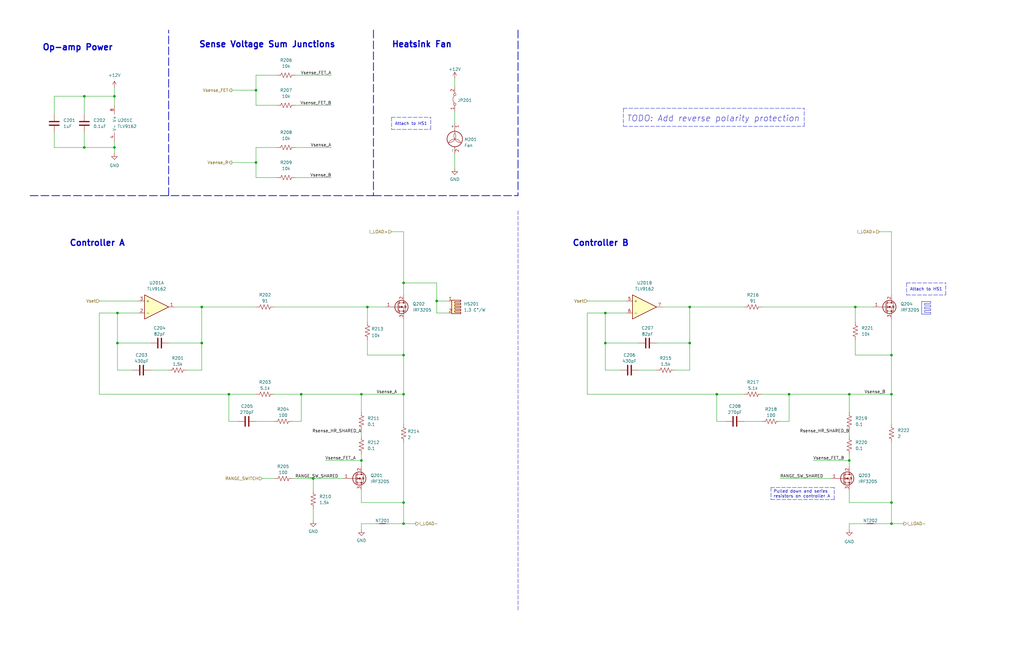
<source format=kicad_sch>
(kicad_sch (version 20211123) (generator eeschema)
  (paper "B")
  (title_block (title "Ampeater") (date "2022-03-14") (rev "0") (comment 1 "Isaac Rex"))
  (lib_symbols
    (symbol "Device:C" (pin_numbers hide) (pin_names (offset 0.254))
      (property "Reference" "C" (at 0.635 2.54 0))
      (property "Value" "C" (at 0.635 -2.54 0))
      (symbol "C_0_1"
        (polyline (pts (xy -2.032 -0.762) (xy 2.032 -0.762)) (stroke (width 0.508)))
        (polyline (pts (xy -2.032 0.762) (xy 2.032 0.762)) (stroke (width 0.508)))
      )
      (symbol "C_1_1"
        (pin passive line (at 0 3.81 270) (length 2.794) (name "~") (number "1"))
        (pin passive line (at 0 -3.81 90) (length 2.794) (name "~") (number "2"))
      )
    )
    (symbol "Device:NetTie_2" (pin_numbers hide) (pin_names (offset 0) hide)
      (property "Reference" "NT" (at 0 1.27 0))
      (property "Value" "NetTie_2" (at 0 -1.27 0))
      (symbol "NetTie_2_0_1"
        (polyline (pts (xy -1.27 0) (xy 1.27 0)) (stroke (width 0.254)))
      )
      (symbol "NetTie_2_1_1"
        (pin passive line (at -2.54 0 0) (length 2.54) (name "1") (number "1"))
        (pin passive line (at 2.54 0 180) (length 2.54) (name "2") (number "2"))
      )
    )
    (symbol "Device:Opamp_Dual"
      (property "Reference" "U" (at 0 5.08 0))
      (property "Value" "Opamp_Dual" (at 0 -5.08 0))
      (symbol "Opamp_Dual_1_1"
        (polyline (pts (xy -5.08 5.08) (xy 5.08 0) (xy -5.08 -5.08) (xy -5.08 5.08)) (stroke (width 0.254)) (fill (type background)))
        (pin output line (at 7.62 0 180) (length 2.54) (name "~") (number "1"))
        (pin input line (at -7.62 -2.54 0) (length 2.54) (name "-") (number "2"))
        (pin input line (at -7.62 2.54 0) (length 2.54) (name "+") (number "3"))
      )
      (symbol "Opamp_Dual_2_1"
        (polyline (pts (xy -5.08 5.08) (xy 5.08 0) (xy -5.08 -5.08) (xy -5.08 5.08)) (stroke (width 0.254)) (fill (type background)))
        (pin input line (at -7.62 2.54 0) (length 2.54) (name "+") (number "5"))
        (pin input line (at -7.62 -2.54 0) (length 2.54) (name "-") (number "6"))
        (pin output line (at 7.62 0 180) (length 2.54) (name "~") (number "7"))
      )
      (symbol "Opamp_Dual_3_1"
        (pin power_in line (at -2.54 -7.62 90) (length 3.81) (name "V-") (number "4"))
        (pin power_in line (at -2.54 7.62 270) (length 3.81) (name "V+") (number "8"))
      )
    )
    (symbol "Device:Q_NMOS_GDS" (pin_names (offset 0) hide)
      (property "Reference" "Q" (at 5.08 1.27 0))
      (property "Value" "Q_NMOS_GDS" (at 5.08 -1.27 0))
      (symbol "Q_NMOS_GDS_0_1"
        (polyline (pts (xy 0.254 0) (xy -2.54 0)))
        (polyline (pts (xy 0.254 1.905) (xy 0.254 -1.905)) (stroke (width 0.254)))
        (polyline (pts (xy 0.762 -1.27) (xy 0.762 -2.286)) (stroke (width 0.254)))
        (polyline (pts (xy 0.762 0.508) (xy 0.762 -0.508)) (stroke (width 0.254)))
        (polyline (pts (xy 0.762 2.286) (xy 0.762 1.27)) (stroke (width 0.254)))
        (polyline (pts (xy 2.54 2.54) (xy 2.54 1.778)))
        (polyline (pts (xy 2.54 -2.54) (xy 2.54 0) (xy 0.762 0)))
        (polyline (pts (xy 0.762 -1.778) (xy 3.302 -1.778) (xy 3.302 1.778) (xy 0.762 1.778)))
        (polyline (pts (xy 1.016 0) (xy 2.032 0.381) (xy 2.032 -0.381) (xy 1.016 0)) (fill (type outline)))
        (polyline (pts (xy 2.794 0.508) (xy 2.921 0.381) (xy 3.683 0.381) (xy 3.81 0.254)))
        (polyline (pts (xy 3.302 0.381) (xy 2.921 -0.254) (xy 3.683 -0.254) (xy 3.302 0.381)))
        (circle (center 1.651 0) (radius 2.794) (stroke (width 0.254)))
        (circle (center 2.54 -1.778) (radius 0.254) (fill (type outline)))
        (circle (center 2.54 1.778) (radius 0.254) (fill (type outline)))
      )
      (symbol "Q_NMOS_GDS_1_1"
        (pin input line (at -5.08 0 0) (length 2.54) (name "G") (number "1"))
        (pin passive line (at 2.54 5.08 270) (length 2.54) (name "D") (number "2"))
        (pin passive line (at 2.54 -5.08 90) (length 2.54) (name "S") (number "3"))
      )
    )
    (symbol "Device:R_US" (pin_numbers hide) (pin_names (offset 0))
      (property "Reference" "R" (at 2.54 0 90))
      (property "Value" "R_US" (at -2.54 0 90))
      (symbol "R_US_0_1"
        (polyline (pts (xy 0 -2.286) (xy 0 -2.54)))
        (polyline (pts (xy 0 2.286) (xy 0 2.54)))
        (polyline (pts (xy 0 -0.762) (xy 1.016 -1.143) (xy 0 -1.524) (xy -1.016 -1.905) (xy 0 -2.286)))
        (polyline (pts (xy 0 0.762) (xy 1.016 0.381) (xy 0 0) (xy -1.016 -0.381) (xy 0 -0.762)))
        (polyline (pts (xy 0 2.286) (xy 1.016 1.905) (xy 0 1.524) (xy -1.016 1.143) (xy 0 0.762)))
      )
      (symbol "R_US_1_1"
        (pin passive line (at 0 3.81 270) (length 1.27) (name "~") (number "1"))
        (pin passive line (at 0 -3.81 90) (length 1.27) (name "~") (number "2"))
      )
    )
    (symbol "Jumper:Jumper_2_Bridged" (pin_names (offset 0) hide)
      (property "Reference" "JP" (at 0 1.905 0))
      (property "Value" "Jumper_2_Bridged" (at 0 -2.54 0))
      (symbol "Jumper_2_Bridged_0_0"
        (circle (center -2.032 0) (radius 0.508))
        (circle (center 2.032 0) (radius 0.508))
      )
      (symbol "Jumper_2_Bridged_0_1"
        (arc (start 1.524 0.254) (mid 0 0.762) (end -1.524 0.254))
      )
      (symbol "Jumper_2_Bridged_1_1"
        (pin passive line (at -5.08 0 0) (length 2.54) (name "A") (number "1"))
        (pin passive line (at 5.08 0 180) (length 2.54) (name "B") (number "2"))
      )
    )
    (symbol "Mechanical:Heatsink_Pad_2Pin" (pin_names (offset 0))
      (property "Reference" "HS" (at 0 5.715 0))
      (property "Value" "Heatsink_Pad_2Pin" (at 0 3.81 0))
      (symbol "Heatsink_Pad_2Pin_0_1"
        (polyline (pts (xy -0.3302 0) (xy -0.9652 0) (xy -0.9652 2.54) (xy -1.6002 2.54) (xy -1.6002 0) (xy -2.2352 0) (xy -2.2352 2.54) (xy -2.8702 2.54) (xy -2.8702 -1.27) (xy -0.9652 -1.27)) (stroke (width 0.254)) (fill (type background)))
        (polyline (pts (xy -0.3302 0) (xy -0.3302 2.54) (xy 0.3048 2.54) (xy 0.3048 0) (xy 0.9398 0) (xy 0.9398 2.54) (xy 1.5748 2.54) (xy 1.5748 0) (xy 2.2098 0) (xy 2.2098 2.54) (xy 2.8448 2.54) (xy 2.8448 -1.27) (xy -0.9652 -1.27)) (stroke (width 0.254)) (fill (type background)))
      )
      (symbol "Heatsink_Pad_2Pin_1_1"
        (pin passive line (at -2.54 -2.54 90) (length 1.27) (name "~") (number "1"))
        (pin passive line (at 2.54 -2.54 90) (length 1.27) (name "~") (number "2"))
      )
    )
    (symbol "Motor:Fan" (pin_names (offset 0))
      (property "Reference" "M" (at 2.54 5.08 0))
      (property "Value" "Fan" (at 2.54 -2.54 0))
      (symbol "Fan_0_1"
        (arc (start -2.54 -0.508) (mid -0.0014 0.9048) (end 0 3.81))
        (polyline (pts (xy 0 -5.08) (xy 0 -4.572)))
        (polyline (pts (xy 0 -2.2352) (xy 0 -2.6416)))
        (polyline (pts (xy 0 4.2672) (xy 0 4.6228)))
        (polyline (pts (xy 0 4.572) (xy 0 5.08)))
        (circle (center 0 1.016) (radius 3.2512) (stroke (width 0.254)))
        (arc (start 0 3.81) (mid 0.0468 0.9315) (end 2.54 -0.508))
        (arc (start 2.54 -0.508) (mid 0 1.0618) (end -2.54 -0.508))
      )
      (symbol "Fan_1_1"
        (pin passive line (at 0 7.62 270) (length 2.54) (name "+") (number "1"))
        (pin passive line (at 0 -5.08 90) (length 2.54) (name "-") (number "2"))
      )
    )
    (symbol "power:+12V" (power) (pin_names (offset 0))
      (property "Value" "+12V" (at 0 3.556 0))
      (symbol "+12V_0_1"
        (polyline (pts (xy -0.762 1.27) (xy 0 2.54)))
        (polyline (pts (xy 0 0) (xy 0 2.54)))
        (polyline (pts (xy 0 2.54) (xy 0.762 1.27)))
      )
      (symbol "+12V_1_1"
        (pin power_in line (at 0 0 90) (length 0) hide (name "+12V") (number "1"))
      )
    )
    (symbol "power:GND" (power) (pin_names (offset 0))
      (property "Value" "GND" (at 0 -3.81 0))
      (symbol "GND_0_1"
        (polyline (pts (xy 0 0) (xy 0 -1.27) (xy 1.27 -1.27) (xy 0 -2.54) (xy -1.27 -1.27) (xy 0 -1.27)))
      )
      (symbol "GND_1_1"
        (pin power_in line (at 0 0 270) (length 0) hide (name "GND") (number "1"))
      )
    )
  )
  (junction (at 358.14 166.37))
  (junction (at 48.26 62.23))
  (junction (at 96.52 166.37))
  (junction (at 49.53 132.08))
  (junction (at 35.56 62.23))
  (junction (at 255.27 132.08))
  (junction (at 290.83 129.54))
  (junction (at 49.53 144.78))
  (junction (at 170.18 220.98))
  (junction (at 255.27 144.78))
  (junction (at 184.15 127))
  (junction (at 170.18 212.09))
  (junction (at 132.08 201.93))
  (junction (at 152.4 166.37))
  (junction (at 170.18 119.38))
  (junction (at 48.26 40.64))
  (junction (at 107.95 68.58))
  (junction (at 170.18 149.86))
  (junction (at 375.92 149.86))
  (junction (at 85.09 144.78))
  (junction (at 170.18 166.37))
  (junction (at 107.95 38.1))
  (junction (at 358.14 194.31))
  (junction (at 375.92 166.37))
  (junction (at 290.83 144.78))
  (junction (at 332.74 166.37))
  (junction (at 152.4 194.31))
  (junction (at 127 166.37))
  (junction (at 375.92 212.09))
  (junction (at 360.68 129.54))
  (junction (at 154.94 129.54))
  (junction (at 375.92 220.98))
  (junction (at 35.56 40.64))
  (junction (at 302.26 166.37))
  (junction (at 85.09 129.54))
  (wire (pts (xy 35.56 40.64) (xy 48.26 40.64)))
  (wire (pts (xy 369.57 220.98) (xy 375.92 220.98)))
  (wire (pts (xy 154.94 143.51) (xy 154.94 149.86)))
  (wire (pts (xy 184.15 119.38) (xy 170.18 119.38)))
  (wire (pts (xy 306.07 177.8) (xy 302.26 177.8)))
  (wire (pts (xy 132.08 201.93) (xy 132.08 207.01)))
  (polyline (pts (xy 262.89 45.72) (xy 339.09 45.72)))
  (wire (pts (xy 284.48 156.21) (xy 290.83 156.21)))
  (wire (pts (xy 189.23 132.08) (xy 184.15 132.08)))
  (wire (pts (xy 22.86 40.64) (xy 22.86 48.26)))
  (polyline (pts (xy 218.44 12.7) (xy 218.44 82.55)) (stroke (width 0.3048)))
  (polyline (pts (xy 218.44 88.9) (xy 218.44 257.81)))
  (wire (pts (xy 358.14 220.98) (xy 358.14 223.52)))
  (wire (pts (xy 48.26 59.69) (xy 48.26 62.23)))
  (wire (pts (xy 139.7 44.45) (xy 124.46 44.45)))
  (wire (pts (xy 78.74 156.21) (xy 85.09 156.21)))
  (wire (pts (xy 96.52 166.37) (xy 41.91 166.37)))
  (wire (pts (xy 35.56 62.23) (xy 48.26 62.23)))
  (polyline (pts (xy 389.89 131.826) (xy 389.89 131.064)) (stroke (width 0) (type solid)))
  (wire (pts (xy 97.79 38.1) (xy 107.95 38.1)))
  (wire (pts (xy 154.94 129.54) (xy 162.56 129.54)))
  (polyline (pts (xy 392.43 130.302) (xy 389.89 130.302)) (stroke (width 0) (type solid)))
  (wire (pts (xy 191.77 33.02) (xy 191.77 36.83)))
  (wire (pts (xy 364.49 220.98) (xy 358.14 220.98)))
  (polyline (pts (xy 262.89 45.72) (xy 262.89 53.34)))
  (wire (pts (xy 49.53 132.08) (xy 58.42 132.08)))
  (wire (pts (xy 107.95 44.45) (xy 107.95 38.1)))
  (polyline (pts (xy 392.43 131.826) (xy 389.89 131.826)) (stroke (width 0) (type solid)))
  (wire (pts (xy 247.65 127) (xy 264.16 127)))
  (wire (pts (xy 124.46 31.75) (xy 139.7 31.75)))
  (wire (pts (xy 170.18 166.37) (xy 170.18 179.07)))
  (wire (pts (xy 170.18 97.79) (xy 170.18 119.38)))
  (wire (pts (xy 165.1 97.79) (xy 170.18 97.79)))
  (wire (pts (xy 123.19 177.8) (xy 127 177.8)))
  (wire (pts (xy 41.91 132.08) (xy 49.53 132.08)))
  (wire (pts (xy 115.57 129.54) (xy 154.94 129.54)))
  (wire (pts (xy 48.26 62.23) (xy 48.26 64.77)))
  (wire (pts (xy 360.68 129.54) (xy 368.3 129.54)))
  (wire (pts (xy 170.18 149.86) (xy 170.18 166.37)))
  (wire (pts (xy 328.93 201.93) (xy 350.52 201.93)))
  (wire (pts (xy 152.4 166.37) (xy 152.4 173.99)))
  (wire (pts (xy 71.12 144.78) (xy 85.09 144.78)))
  (wire (pts (xy 115.57 166.37) (xy 127 166.37)))
  (wire (pts (xy 107.95 177.8) (xy 115.57 177.8)))
  (polyline (pts (xy 392.43 128.016) (xy 392.43 127.254)) (stroke (width 0) (type solid)))
  (wire (pts (xy 184.15 127) (xy 189.23 127)))
  (wire (pts (xy 163.83 220.98) (xy 170.18 220.98)))
  (wire (pts (xy 49.53 132.08) (xy 49.53 144.78)))
  (wire (pts (xy 360.68 143.51) (xy 360.68 149.86)))
  (wire (pts (xy 358.14 194.31) (xy 358.14 196.85)))
  (wire (pts (xy 375.92 212.09) (xy 375.92 220.98)))
  (wire (pts (xy 152.4 212.09) (xy 170.18 212.09)))
  (wire (pts (xy 375.92 97.79) (xy 375.92 124.46)))
  (wire (pts (xy 152.4 166.37) (xy 170.18 166.37)))
  (polyline (pts (xy 181.61 54.61) (xy 181.61 49.53)))
  (wire (pts (xy 360.68 149.86) (xy 375.92 149.86)))
  (wire (pts (xy 170.18 220.98) (xy 175.26 220.98)))
  (wire (pts (xy 35.56 62.23) (xy 22.86 62.23)))
  (wire (pts (xy 107.95 74.93) (xy 107.95 68.58)))
  (wire (pts (xy 96.52 166.37) (xy 107.95 166.37)))
  (wire (pts (xy 123.3974 201.93) (xy 132.08 201.93)))
  (polyline (pts (xy 392.43 127.254) (xy 388.62 127.254)) (stroke (width 0) (type solid)))
  (polyline (pts (xy 382.27 124.46) (xy 398.78 124.46)))
  (polyline (pts (xy 71.12 82.55) (xy 71.12 12.7)) (stroke (width 0.3048)))
  (polyline (pts (xy 382.27 119.38) (xy 382.27 124.46)))
  (wire (pts (xy 110.49 201.93) (xy 115.7774 201.93)))
  (wire (pts (xy 152.4 220.98) (xy 152.4 223.52)))
  (wire (pts (xy 360.68 129.54) (xy 360.68 135.89)))
  (wire (pts (xy 332.74 166.37) (xy 358.14 166.37)))
  (polyline (pts (xy 392.43 131.064) (xy 392.43 130.302)) (stroke (width 0) (type solid)))
  (wire (pts (xy 35.56 48.26) (xy 35.56 40.64)))
  (wire (pts (xy 375.92 186.69) (xy 375.92 212.09)))
  (wire (pts (xy 116.84 74.93) (xy 107.95 74.93)))
  (wire (pts (xy 48.26 36.83) (xy 48.26 40.64)))
  (wire (pts (xy 116.84 44.45) (xy 107.95 44.45)))
  (polyline (pts (xy 339.09 53.34) (xy 339.09 45.72)))
  (wire (pts (xy 22.86 40.64) (xy 35.56 40.64)))
  (wire (pts (xy 269.24 156.21) (xy 276.86 156.21)))
  (wire (pts (xy 170.18 119.38) (xy 170.18 124.46)))
  (wire (pts (xy 358.14 166.37) (xy 358.14 173.99)))
  (wire (pts (xy 358.14 191.77) (xy 358.14 194.31)))
  (polyline (pts (xy 325.12 210.82) (xy 351.79 210.82)))
  (polyline (pts (xy 157.48 12.7) (xy 157.48 82.55)) (stroke (width 0.3048)))
  (wire (pts (xy 255.27 144.78) (xy 269.24 144.78)))
  (wire (pts (xy 107.95 31.75) (xy 107.95 38.1)))
  (wire (pts (xy 170.18 186.69) (xy 170.18 212.09)))
  (polyline (pts (xy 165.1 49.53) (xy 181.61 49.53)))
  (wire (pts (xy 107.95 62.23) (xy 107.95 68.58)))
  (wire (pts (xy 290.83 144.78) (xy 290.83 129.54)))
  (wire (pts (xy 358.14 212.09) (xy 375.92 212.09)))
  (wire (pts (xy 279.4 129.54) (xy 290.83 129.54)))
  (wire (pts (xy 184.15 127) (xy 184.15 119.38)))
  (polyline (pts (xy 157.48 82.55) (xy 218.44 82.55)) (stroke (width 0.3048)))
  (wire (pts (xy 170.18 212.09) (xy 170.18 220.98)))
  (wire (pts (xy 139.7 74.93) (xy 124.46 74.93)))
  (wire (pts (xy 41.91 127) (xy 58.42 127)))
  (polyline (pts (xy 325.12 205.74) (xy 325.12 210.82)))
  (wire (pts (xy 49.53 144.78) (xy 63.5 144.78)))
  (wire (pts (xy 100.33 177.8) (xy 96.52 177.8)))
  (polyline (pts (xy 392.43 129.54) (xy 392.43 128.778)) (stroke (width 0) (type solid)))
  (wire (pts (xy 358.14 207.01) (xy 358.14 212.09)))
  (wire (pts (xy 321.31 129.54) (xy 360.68 129.54)))
  (wire (pts (xy 49.53 144.78) (xy 49.53 156.21)))
  (wire (pts (xy 302.26 177.8) (xy 302.26 166.37)))
  (wire (pts (xy 370.84 97.79) (xy 375.92 97.79)))
  (wire (pts (xy 170.18 134.62) (xy 170.18 149.86)))
  (wire (pts (xy 127 166.37) (xy 152.4 166.37)))
  (wire (pts (xy 375.92 149.86) (xy 375.92 166.37)))
  (polyline (pts (xy 388.62 132.588) (xy 392.43 132.588)) (stroke (width 0) (type solid)))
  (wire (pts (xy 96.52 177.8) (xy 96.52 166.37)))
  (polyline (pts (xy 392.43 132.588) (xy 392.43 131.826)) (stroke (width 0) (type solid)))
  (wire (pts (xy 85.09 129.54) (xy 107.95 129.54)))
  (polyline (pts (xy 389.89 129.54) (xy 392.43 129.54)) (stroke (width 0) (type solid)))
  (wire (pts (xy 191.77 64.77) (xy 191.77 71.12)))
  (wire (pts (xy 332.74 177.8) (xy 332.74 166.37)))
  (polyline (pts (xy 351.79 210.82) (xy 351.79 205.74)))
  (wire (pts (xy 154.94 129.54) (xy 154.94 135.89)))
  (wire (pts (xy 124.46 62.23) (xy 139.7 62.23)))
  (wire (pts (xy 137.16 194.31) (xy 152.4 194.31)))
  (polyline (pts (xy 165.1 54.61) (xy 181.61 54.61)))
  (polyline (pts (xy 388.62 127.254) (xy 388.62 132.588)) (stroke (width 0) (type solid)))
  (wire (pts (xy 48.26 40.64) (xy 48.26 44.45)))
  (wire (pts (xy 290.83 129.54) (xy 313.69 129.54)))
  (wire (pts (xy 107.95 62.23) (xy 116.84 62.23)))
  (wire (pts (xy 35.56 55.88) (xy 35.56 62.23)))
  (wire (pts (xy 302.26 166.37) (xy 313.69 166.37)))
  (wire (pts (xy 132.08 214.63) (xy 132.08 219.71)))
  (wire (pts (xy 342.9 194.31) (xy 358.14 194.31)))
  (wire (pts (xy 107.95 31.75) (xy 116.84 31.75)))
  (polyline (pts (xy 382.27 119.38) (xy 398.78 119.38)))
  (wire (pts (xy 358.14 181.61) (xy 358.14 184.15)))
  (wire (pts (xy 375.92 166.37) (xy 375.92 179.07)))
  (polyline (pts (xy 389.89 128.778) (xy 389.89 128.016)) (stroke (width 0) (type solid)))
  (wire (pts (xy 302.26 166.37) (xy 247.65 166.37)))
  (wire (pts (xy 255.27 132.08) (xy 264.16 132.08)))
  (wire (pts (xy 313.69 177.8) (xy 321.31 177.8)))
  (polyline (pts (xy 389.89 130.302) (xy 389.89 129.54)) (stroke (width 0) (type solid)))
  (wire (pts (xy 255.27 156.21) (xy 261.62 156.21)))
  (wire (pts (xy 73.66 129.54) (xy 85.09 129.54)))
  (polyline (pts (xy 165.1 49.53) (xy 165.1 54.61)))
  (wire (pts (xy 85.09 144.78) (xy 85.09 129.54)))
  (wire (pts (xy 321.31 166.37) (xy 332.74 166.37)))
  (polyline (pts (xy 12.7 82.55) (xy 157.48 82.55)) (stroke (width 0.3048)))
  (wire (pts (xy 152.4 194.31) (xy 152.4 196.85)))
  (wire (pts (xy 328.93 177.8) (xy 332.74 177.8)))
  (wire (pts (xy 132.08 201.93) (xy 144.78 201.93)))
  (wire (pts (xy 154.94 149.86) (xy 170.18 149.86)))
  (polyline (pts (xy 389.89 131.064) (xy 392.43 131.064)) (stroke (width 0) (type solid)))
  (wire (pts (xy 247.65 132.08) (xy 255.27 132.08)))
  (polyline (pts (xy 398.78 124.46) (xy 398.78 119.38)))
  (polyline (pts (xy 262.89 53.34) (xy 339.09 53.34)))
  (wire (pts (xy 85.09 156.21) (xy 85.09 144.78)))
  (polyline (pts (xy 389.89 128.016) (xy 392.43 128.016)) (stroke (width 0) (type solid)))
  (wire (pts (xy 63.5 156.21) (xy 71.12 156.21)))
  (wire (pts (xy 97.79 68.58) (xy 107.95 68.58)))
  (wire (pts (xy 375.92 134.62) (xy 375.92 149.86)))
  (wire (pts (xy 41.91 132.08) (xy 41.91 166.37)))
  (wire (pts (xy 290.83 156.21) (xy 290.83 144.78)))
  (wire (pts (xy 358.14 166.37) (xy 375.92 166.37)))
  (polyline (pts (xy 392.43 128.778) (xy 389.89 128.778)) (stroke (width 0) (type solid)))
  (wire (pts (xy 276.86 144.78) (xy 290.83 144.78)))
  (wire (pts (xy 184.15 132.08) (xy 184.15 127)))
  (polyline (pts (xy 351.79 205.74) (xy 325.12 205.74)))
  (wire (pts (xy 255.27 144.78) (xy 255.27 156.21)))
  (wire (pts (xy 158.75 220.98) (xy 152.4 220.98)))
  (wire (pts (xy 22.86 55.88) (xy 22.86 62.23)))
  (wire (pts (xy 152.4 181.61) (xy 152.4 184.15)))
  (wire (pts (xy 152.4 191.77) (xy 152.4 194.31)))
  (wire (pts (xy 49.53 156.21) (xy 55.88 156.21)))
  (wire (pts (xy 127 177.8) (xy 127 166.37)))
  (wire (pts (xy 375.92 220.98) (xy 381 220.98)))
  (wire (pts (xy 255.27 132.08) (xy 255.27 144.78)))
  (wire (pts (xy 191.77 46.99) (xy 191.77 52.07)))
  (wire (pts (xy 247.65 132.08) (xy 247.65 166.37)))
  (wire (pts (xy 152.4 207.01) (xy 152.4 212.09)))
  (text "Heatsink Fan" (at 165.1 20.32 0) (effects (font (size 2.54 2.54) (thickness 0.508) bold) (justify left bottom)))
  (text "Pulled down and series \nresistors on controller A" (at 326.1489 210.2644 0) (effects (font (size 1.27 1.27)) (justify left bottom)))
  (text "Attach to HS1" (at 383.6592 122.9094 0) (effects (font (size 1.27 1.27)) (justify left bottom)))
  (text "Op-amp Power" (at 17.78 21.59 0) (effects (font (size 2.54 2.54) (thickness 0.508) bold) (justify left bottom)))
  (text "Controller A" (at 29.21 104.14 0) (effects (font (size 2.54 2.54) (thickness 0.508) bold) (justify left bottom)))
  (text "TODO: Add reverse polarity protection" (at 264.1881 51.6184 0) (effects (font (size 2.54 2.54) italic) (justify left bottom)))
  (text "Sense Voltage Sum Junctions" (at 83.82 20.32 0) (effects (font (size 2.54 2.54) (thickness 0.508) bold) (justify left bottom)))
  (text "Attach to HS1" (at 166.4892 53.0594 0) (effects (font (size 1.27 1.27)) (justify left bottom)))
  (text "Controller B" (at 241.3 104.14 0) (effects (font (size 2.54 2.54) (thickness 0.508) bold) (justify left bottom)))
  (label "Vsense_FET_A" (at 137.16 194.31 0))
  (label "Rsense_HR_SHARED_A" (at 152.4 182.88 180))
  (label "Vsense_B" (at 364.49 166.37 0))
  (label "Vsense_A" (at 139.7 62.23 180))
  (label "RANGE_SW_SHARED" (at 124.46 201.93 0))
  (label "Vsense_A" (at 158.75 166.37 0))
  (label "Vsense_B" (at 139.7 74.93 180))
  (label "Vsense_FET_B" (at 342.9 194.31 0))
  (label "Vsense_FET_B" (at 139.7 44.45 180))
  (label "Vsense_FET_A" (at 139.7 31.75 180))
  (label "RANGE_SW_SHARED" (at 328.93 201.93 0))
  (label "Rsense_HR_SHARED_B" (at 358.14 182.88 180))
  (hierarchical_label "Vsense_R" (shape output) (at 97.79 68.58 180))
  (hierarchical_label "RANGE_SWITCH" (shape input) (at 110.49 201.93 180))
  (hierarchical_label "I_LOAD-" (shape output) (at 381 220.98 0))
  (hierarchical_label "I_LOAD-" (shape output) (at 175.26 220.98 0))
  (hierarchical_label "I_LOAD+" (shape input) (at 370.84 97.79 180))
  (hierarchical_label "I_LOAD+" (shape input) (at 165.1 97.79 180))
  (hierarchical_label "Vsense_FET" (shape output) (at 97.79 38.1 180))
  (hierarchical_label "Vset" (shape input) (at 41.91 127 180))
  (hierarchical_label "Vset" (shape input) (at 247.65 127 180))
  (symbol (lib_id "Device:R_US") (at 317.5 166.37 90) (unit 1)
    (property "Reference" "R217" (at 317.5 161.29 90))
    (property "Value" "5.1k" (at 317.5 163.83 90))
    (property "Footprint" "Resistor_SMD:R_0603_1608Metric" (effects hide))
    (property "Digi-Key PN" "CR0603-FX-5101ELFCT-ND" (effects hide))
  )
  (symbol (lib_id "Device:Q_NMOS_GDS") (at 373.38 129.54 0) (unit 1)
    (property "Reference" "Q204" (at 379.73 128.2699 0) (effects (justify left)))
    (property "Value" "IRF3205" (at 379.73 130.8099 0) (effects (justify left)))
    (property "Footprint" "Resistor_SMD:R_0603_1608Metric" (effects hide))
    (property "Digi-Key PN" "IRF3205PBF-ND" (effects hide))
  )
  (symbol (lib_id "Device:R_US") (at 358.14 187.96 180) (unit 1)
    (property "Reference" "R220" (at 360.68 186.6899 0) (effects (justify right)))
    (property "Value" "0.1" (at 360.68 189.2299 0) (effects (justify right)))
    (property "Footprint" "irex_Resistor_SMD:Rohm_GMR100_B6.40x3.20mm" (effects hide))
    (property "Digi-Key PN" "511-1692-1-ND" (effects hide))
  )
  (symbol (lib_id "power:GND") (at 48.26 64.77 0) (unit 1)
    (property "Reference" "#PWR0202" (effects hide))
    (property "Value" "GND" (at 48.26 69.85 0))
  )
  (symbol (lib_id "Device:Opamp_Dual") (at 50.8 52.07 0) (unit 3)
    (property "Reference" "U201" (at 49.53 50.7999 0) (effects (justify left)))
    (property "Value" "TLV9162" (at 49.53 53.3399 0) (effects (justify left)))
    (property "Footprint" "Package_TO_SOT_SMD:SOT-23-8" (effects hide))
    (property "Digi-Key PN" "TLV9162IDDFR" (effects hide))
  )
  (symbol (lib_id "Device:R_US") (at 74.93 156.21 90) (unit 1)
    (property "Reference" "R201" (at 74.93 151.13 90))
    (property "Value" "1.5k" (at 74.93 153.67 90))
    (property "Footprint" "Resistor_SMD:R_0603_1608Metric" (effects hide))
    (property "Digi-Key PN" "A121524CT-ND" (effects hide))
  )
  (symbol (lib_id "Motor:Fan") (at 191.77 59.69 0) (unit 1)
    (property "Reference" "M201" (at 195.7832 58.8553 0) (effects (justify left)))
    (property "Value" "Fan" (at 195.7832 61.3922 0) (effects (justify left)))
    (property "Footprint" "Connector_JST:JST_XH_B2B-XH-AM_1x02_P2.50mm_Vertical" (effects hide))
    (property "Digi-Key PN" "455-2247-ND" (effects hide))
  )
  (symbol (lib_id "Device:Q_NMOS_GDS") (at 167.64 129.54 0) (unit 1)
    (property "Reference" "Q202" (at 173.99 128.2699 0) (effects (justify left)))
    (property "Value" "IRF3205" (at 173.99 130.8099 0) (effects (justify left)))
    (property "Footprint" "Resistor_SMD:R_0603_1608Metric" (effects hide))
    (property "Digi-Key PN" "IRF3205PBF-ND" (effects hide))
  )
  (symbol (lib_id "power:GND") (at 358.14 223.52 0) (unit 1)
    (property "Reference" "#PWR0205" (effects hide))
    (property "Value" "GND" (at 358.14 228.6 0))
  )
  (symbol (lib_id "Device:R_US") (at 152.4 177.8 180) (unit 1)
    (property "Reference" "R211" (at 154.94 176.5299 0) (effects (justify right)))
    (property "Value" "0.1" (at 154.94 179.0699 0) (effects (justify right)))
    (property "Footprint" "irex_Resistor_SMD:Rohm_GMR100_B6.40x3.20mm" (effects hide))
    (property "Digi-Key PN" "511-1692-1-ND" (effects hide))
  )
  (symbol (lib_id "Device:R_US") (at 154.94 139.7 180) (unit 1)
    (property "Reference" "R213" (at 156.591 138.7915 0) (effects (justify right)))
    (property "Value" "10k" (at 156.591 141.5666 0) (effects (justify right)))
    (property "Footprint" "Resistor_SMD:R_0603_1608Metric" (effects hide))
    (property "Digi-Key PN" "A106048CT-ND" (effects hide))
  )
  (symbol (lib_id "Device:R_US") (at 111.76 166.37 90) (unit 1)
    (property "Reference" "R203" (at 111.76 161.29 90))
    (property "Value" "5.1k" (at 111.76 163.83 90))
    (property "Footprint" "Resistor_SMD:R_0603_1608Metric" (effects hide))
    (property "Digi-Key PN" "CR0603-FX-5101ELFCT-ND" (effects hide))
  )
  (symbol (lib_id "Device:C") (at 265.43 156.21 90) (unit 1)
    (property "Reference" "C206" (at 265.43 149.86 90))
    (property "Value" "430pF" (at 265.43 152.4 90))
    (property "Footprint" "Capacitor_SMD:C_0603_1608Metric" (effects hide))
    (property "Digi-Key PN" "490-1442-1-ND" (effects hide))
  )
  (symbol (lib_id "Mechanical:Heatsink_Pad_2Pin") (at 191.77 129.54 270) (unit 1)
    (property "Reference" "HS201" (at 195.58 128.2572 90) (effects (justify left)))
    (property "Value" "1.3 C°/W" (at 195.58 130.7972 90) (effects (justify left)))
  )
  (symbol (lib_id "Device:C") (at 273.05 144.78 90) (unit 1)
    (property "Reference" "C207" (at 273.05 138.43 90))
    (property "Value" "82pF" (at 273.05 140.97 90))
    (property "Footprint" "Capacitor_SMD:C_0603_1608Metric" (effects hide))
    (property "Digi-Key PN" "1276-CL10C820JB81PNDCT-ND" (effects hide))
  )
  (symbol (lib_id "Device:NetTie_2") (at 367.03 220.98 0) (unit 1)
    (property "Reference" "NT202" (at 367.03 219.71 0))
    (property "Value" "NetTie_GND_I-" (effects hide))
    (property "Footprint" "irex_NetTie:NetTie-2_SMD_Pad8.0mils" (effects hide))
  )
  (symbol (lib_id "Device:R_US") (at 152.4 187.96 180) (unit 1)
    (property "Reference" "R212" (at 154.94 186.6899 0) (effects (justify right)))
    (property "Value" "0.1" (at 154.94 189.2299 0) (effects (justify right)))
    (property "Footprint" "irex_Resistor_SMD:Rohm_GMR100_B6.40x3.20mm" (effects hide))
    (property "Digi-Key PN" "511-1692-1-ND" (effects hide))
  )
  (symbol (lib_id "power:GND") (at 132.08 219.71 0) (unit 1)
    (property "Reference" "#PWR0203" (effects hide))
    (property "Value" "GND" (at 132.08 224.2725 0))
  )
  (symbol (lib_id "Device:R_US") (at 317.5 129.54 90) (unit 1)
    (property "Reference" "R216" (at 317.5 124.46 90))
    (property "Value" "91" (at 317.5 127 90))
    (property "Footprint" "Resistor_SMD:R_0603_1608Metric" (effects hide))
    (property "Digi-Key PN" "311-91.0HRCT-ND" (effects hide))
  )
  (symbol (lib_id "Device:NetTie_2") (at 161.29 220.98 0) (unit 1)
    (property "Reference" "NT201" (at 161.29 219.71 0))
    (property "Value" "NetTie_GND_I-" (effects hide))
    (property "Footprint" "irex_NetTie:NetTie-2_SMD_Pad8.0mils" (effects hide))
  )
  (symbol (lib_id "power:GND") (at 191.77 71.12 0) (unit 1)
    (property "Reference" "#PWR0207" (effects hide))
    (property "Value" "GND" (at 191.77 75.6825 0))
  )
  (symbol (lib_id "Device:R_US") (at 170.18 182.88 180) (unit 1)
    (property "Reference" "R214" (at 171.831 182.0453 0) (effects (justify right)))
    (property "Value" "2" (at 171.831 184.5822 0) (effects (justify right)))
    (property "Footprint" "Resistor_SMD:R_2512_6332Metric" (effects hide))
    (property "Digi-Key PN" "738-CSRT2512FT2R00-UPCT-ND" (effects hide))
  )
  (symbol (lib_id "power:GND") (at 152.4 223.52 0) (unit 1)
    (property "Reference" "#PWR0204" (effects hide))
    (property "Value" "GND" (at 152.4 228.0825 0))
  )
  (symbol (lib_id "Device:C") (at 309.88 177.8 90) (unit 1)
    (property "Reference" "C208" (at 309.88 171.45 90))
    (property "Value" "270pF" (at 309.88 173.99 90))
    (property "Footprint" "Capacitor_SMD:C_0603_1608Metric" (effects hide))
    (property "Digi-Key PN" "1276-1256-1-ND" (effects hide))
  )
  (symbol (lib_id "Device:R_US") (at 120.65 74.93 270) (unit 1)
    (property "Reference" "R209" (at 120.65 68.58 90))
    (property "Value" "10k" (at 120.65 71.12 90))
    (property "Footprint" "Resistor_SMD:R_0603_1608Metric" (effects hide))
    (property "Digi-Key PN" "A106048CT-ND" (effects hide))
  )
  (symbol (lib_id "Device:R_US") (at 119.38 177.8 90) (unit 1)
    (property "Reference" "R204" (at 119.38 172.72 90))
    (property "Value" "100" (at 119.38 175.26 90))
    (property "Footprint" "Resistor_SMD:R_0603_1608Metric" (effects hide))
    (property "Digi-Key PN" "A106047CT-ND" (effects hide))
  )
  (symbol (lib_id "Device:C") (at 59.69 156.21 90) (unit 1)
    (property "Reference" "C203" (at 59.69 149.86 90))
    (property "Value" "430pF" (at 59.69 152.4 90))
    (property "Footprint" "Capacitor_SMD:C_0603_1608Metric" (effects hide))
    (property "Digi-Key PN" "490-1442-1-ND" (effects hide))
  )
  (symbol (lib_id "Device:R_US") (at 120.65 62.23 270) (unit 1)
    (property "Reference" "R208" (at 120.65 55.88 90))
    (property "Value" "10k" (at 120.65 58.42 90))
    (property "Footprint" "Resistor_SMD:R_0603_1608Metric" (effects hide))
    (property "Digi-Key PN" "A106048CT-ND" (effects hide))
  )
  (symbol (lib_id "Device:R_US") (at 132.08 210.82 180) (unit 1)
    (property "Reference" "R210" (at 134.62 209.5499 0) (effects (justify right)))
    (property "Value" "1.5k" (at 134.62 212.0899 0) (effects (justify right)))
    (property "Footprint" "Resistor_SMD:R_0603_1608Metric" (effects hide))
    (property "Digi-Key PN" "A121524CT-ND" (effects hide))
  )
  (symbol (lib_id "power:+12V") (at 48.26 36.83 0) (unit 1)
    (property "Reference" "#PWR0201" (effects hide))
    (property "Value" "+12V" (at 48.26 31.75 0))
  )
  (symbol (lib_id "Device:R_US") (at 360.68 139.7 180) (unit 1)
    (property "Reference" "R221" (at 363.22 138.4299 0) (effects (justify right)))
    (property "Value" "10k" (at 363.22 140.9699 0) (effects (justify right)))
    (property "Footprint" "Resistor_SMD:R_0603_1608Metric" (effects hide))
    (property "Digi-Key PN" "A106048CT-ND" (effects hide))
  )
  (symbol (lib_id "Device:Opamp_Dual") (at 271.78 129.54 0) (unit 2)
    (property "Reference" "U201" (at 271.78 119.38 0))
    (property "Value" "TLV9162" (at 271.78 121.92 0))
    (property "Footprint" "Package_TO_SOT_SMD:SOT-23-8" (effects hide))
    (property "Digi-Key PN" "TLV9162IDDFR" (effects hide))
  )
  (symbol (lib_id "Device:R_US") (at 358.14 177.8 180) (unit 1)
    (property "Reference" "R219" (at 360.68 176.5299 0) (effects (justify right)))
    (property "Value" "0.1" (at 360.68 179.0699 0) (effects (justify right)))
    (property "Footprint" "irex_Resistor_SMD:Rohm_GMR100_B6.40x3.20mm" (effects hide))
    (property "Digi-Key PN" "511-1692-1-ND" (effects hide))
  )
  (symbol (lib_id "power:+12V") (at 191.77 33.02 0) (unit 1)
    (property "Reference" "#PWR0206" (effects hide))
    (property "Value" "+12V" (at 191.77 29.21 0))
  )
  (symbol (lib_id "Device:C") (at 104.14 177.8 90) (unit 1)
    (property "Reference" "C205" (at 104.14 171.45 90))
    (property "Value" "270pF" (at 104.14 173.99 90))
    (property "Footprint" "Capacitor_SMD:C_0603_1608Metric" (effects hide))
    (property "Digi-Key PN" "1276-1256-1-ND" (effects hide))
  )
  (symbol (lib_id "Device:R_US") (at 325.12 177.8 90) (unit 1)
    (property "Reference" "R218" (at 325.12 172.72 90))
    (property "Value" "100" (at 325.12 175.26 90))
    (property "Footprint" "Resistor_SMD:R_0603_1608Metric" (effects hide))
    (property "Digi-Key PN" "A106047CT-ND" (effects hide))
  )
  (symbol (lib_id "Device:C") (at 22.86 52.07 0) (unit 1)
    (property "Reference" "C201" (at 26.67 50.7999 0) (effects (justify left)))
    (property "Value" "1uF" (at 26.67 53.3399 0) (effects (justify left)))
    (property "Footprint" "Capacitor_SMD:C_0603_1608Metric" (effects hide))
    (property "Digi-Key PN" "1276-1102-1-ND" (effects hide))
  )
  (symbol (lib_id "Device:R_US") (at 120.65 31.75 270) (unit 1)
    (property "Reference" "R206" (at 120.65 25.4 90))
    (property "Value" "10k" (at 120.65 27.94 90))
    (property "Footprint" "Resistor_SMD:R_0603_1608Metric" (effects hide))
    (property "Digi-Key PN" "A106048CT-ND" (effects hide))
  )
  (symbol (lib_id "Device:R_US") (at 119.5874 201.93 90) (unit 1)
    (property "Reference" "R205" (at 119.38 196.85 90))
    (property "Value" "100" (at 119.38 199.39 90))
    (property "Footprint" "Resistor_SMD:R_0603_1608Metric" (effects hide))
    (property "Digi-Key PN" "A106047CT-ND" (effects hide))
  )
  (symbol (lib_id "Device:R_US") (at 375.92 182.88 180) (unit 1)
    (property "Reference" "R222" (at 378.46 181.6099 0) (effects (justify right)))
    (property "Value" "2" (at 378.46 184.1499 0) (effects (justify right)))
    (property "Footprint" "Resistor_SMD:R_2512_6332Metric" (effects hide))
    (property "Digi-Key PN" "738-CSRT2512FT2R00-UPCT-ND" (effects hide))
  )
  (symbol (lib_id "Device:R_US") (at 120.65 44.45 270) (unit 1)
    (property "Reference" "R207" (at 120.65 38.1 90))
    (property "Value" "10k" (at 120.65 40.64 90))
    (property "Footprint" "Resistor_SMD:R_0603_1608Metric" (effects hide))
    (property "Digi-Key PN" "A106048CT-ND" (effects hide))
  )
  (symbol (lib_id "Device:C") (at 67.31 144.78 90) (unit 1)
    (property "Reference" "C204" (at 67.31 138.43 90))
    (property "Value" "82pF" (at 67.31 140.97 90))
    (property "Footprint" "Capacitor_SMD:C_0603_1608Metric" (effects hide))
    (property "Digi-Key PN" "1276-CL10C820JB81PNDCT-ND" (effects hide))
  )
  (symbol (lib_id "Device:Q_NMOS_GDS") (at 149.86 201.93 0) (unit 1)
    (property "Reference" "Q201" (at 156.21 200.6599 0) (effects (justify left)))
    (property "Value" "IRF3205" (at 156.21 203.1999 0) (effects (justify left)))
    (property "Footprint" "Resistor_SMD:R_0603_1608Metric" (effects hide))
    (property "Digi-Key PN" "IRF3205PBF-ND" (effects hide))
  )
  (symbol (lib_id "Device:R_US") (at 111.76 129.54 90) (unit 1)
    (property "Reference" "R202" (at 111.76 124.46 90))
    (property "Value" "91" (at 111.76 127 90))
    (property "Footprint" "Resistor_SMD:R_0603_1608Metric" (effects hide))
    (property "Digi-Key PN" "311-91.0HRCT-ND" (effects hide))
  )
  (symbol (lib_id "Device:Q_NMOS_GDS") (at 355.6 201.93 0) (unit 1)
    (property "Reference" "Q203" (at 361.95 200.6599 0) (effects (justify left)))
    (property "Value" "IRF3205" (at 361.95 203.1999 0) (effects (justify left)))
    (property "Footprint" "Resistor_SMD:R_0603_1608Metric" (effects hide))
    (property "Digi-Key PN" "IRF3205PBF-ND" (effects hide))
  )
  (symbol (lib_id "Device:C") (at 35.56 52.07 0) (unit 1)
    (property "Reference" "C202" (at 39.37 50.7999 0) (effects (justify left)))
    (property "Value" "0.1uF" (at 39.37 53.3399 0) (effects (justify left)))
    (property "Footprint" "Capacitor_SMD:C_0603_1608Metric" (effects hide))
    (property "Digi-Key PN" "1276-CL10B104KB8NNNLCT-ND" (effects hide))
  )
  (symbol (lib_id "Device:Opamp_Dual") (at 66.04 129.54 0) (unit 1)
    (property "Reference" "U201" (at 66.04 119.38 0))
    (property "Value" "TLV9162" (at 66.04 121.92 0))
    (property "Footprint" "Package_TO_SOT_SMD:SOT-23-8" (effects hide))
    (property "Digi-Key PN" "TLV9162IDDFR" (effects hide))
  )
  (symbol (lib_id "Jumper:Jumper_2_Bridged") (at 191.77 41.91 90) (unit 1)
    (property "Reference" "JP201" (at 192.913 42.3438 90) (effects (justify right)))
    (property "Value" "0603_Jumper" (effects hide))
    (property "Footprint" "irex_Jumper:Jumper-2_0603_1608Metric_Trace12mil" (effects hide))
  )
  (symbol (lib_id "Device:R_US") (at 280.67 156.21 90) (unit 1)
    (property "Reference" "R215" (at 280.67 151.13 90))
    (property "Value" "1.5k" (at 280.67 153.67 90))
    (property "Footprint" "Resistor_SMD:R_0603_1608Metric" (effects hide))
    (property "Digi-Key PN" "A121524CT-ND" (effects hide))
  )
)
</source>
